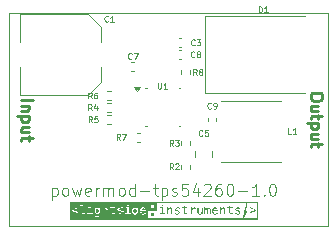
<source format=gbr>
G04 #@! TF.GenerationSoftware,KiCad,Pcbnew,8.0.3*
G04 #@! TF.CreationDate,2024-08-02T23:53:27+02:00*
G04 #@! TF.ProjectId,powermod,706f7765-726d-46f6-942e-6b696361645f,rev?*
G04 #@! TF.SameCoordinates,PXf42400PY2719c40*
G04 #@! TF.FileFunction,Legend,Top*
G04 #@! TF.FilePolarity,Positive*
%FSLAX46Y46*%
G04 Gerber Fmt 4.6, Leading zero omitted, Abs format (unit mm)*
G04 Created by KiCad (PCBNEW 8.0.3) date 2024-08-02 23:53:27*
%MOMM*%
%LPD*%
G01*
G04 APERTURE LIST*
%ADD10C,0.250000*%
%ADD11C,0.100000*%
%ADD12C,0.125000*%
%ADD13C,0.120000*%
%ADD14C,0.000000*%
%ADD15C,0.000106*%
G04 #@! TA.AperFunction,Profile*
%ADD16C,0.120000*%
G04 #@! TD*
G04 APERTURE END LIST*
D10*
X26550380Y-4976190D02*
X26550380Y-5166666D01*
X26550380Y-5166666D02*
X26502761Y-5261904D01*
X26502761Y-5261904D02*
X26407523Y-5357142D01*
X26407523Y-5357142D02*
X26217047Y-5404761D01*
X26217047Y-5404761D02*
X25883714Y-5404761D01*
X25883714Y-5404761D02*
X25693238Y-5357142D01*
X25693238Y-5357142D02*
X25598000Y-5261904D01*
X25598000Y-5261904D02*
X25550380Y-5166666D01*
X25550380Y-5166666D02*
X25550380Y-4976190D01*
X25550380Y-4976190D02*
X25598000Y-4880952D01*
X25598000Y-4880952D02*
X25693238Y-4785714D01*
X25693238Y-4785714D02*
X25883714Y-4738095D01*
X25883714Y-4738095D02*
X26217047Y-4738095D01*
X26217047Y-4738095D02*
X26407523Y-4785714D01*
X26407523Y-4785714D02*
X26502761Y-4880952D01*
X26502761Y-4880952D02*
X26550380Y-4976190D01*
X26217047Y-6261904D02*
X25550380Y-6261904D01*
X26217047Y-5833333D02*
X25693238Y-5833333D01*
X25693238Y-5833333D02*
X25598000Y-5880952D01*
X25598000Y-5880952D02*
X25550380Y-5976190D01*
X25550380Y-5976190D02*
X25550380Y-6119047D01*
X25550380Y-6119047D02*
X25598000Y-6214285D01*
X25598000Y-6214285D02*
X25645619Y-6261904D01*
X26217047Y-6595238D02*
X26217047Y-6976190D01*
X26550380Y-6738095D02*
X25693238Y-6738095D01*
X25693238Y-6738095D02*
X25598000Y-6785714D01*
X25598000Y-6785714D02*
X25550380Y-6880952D01*
X25550380Y-6880952D02*
X25550380Y-6976190D01*
X26217047Y-7309524D02*
X25217047Y-7309524D01*
X26169428Y-7309524D02*
X26217047Y-7404762D01*
X26217047Y-7404762D02*
X26217047Y-7595238D01*
X26217047Y-7595238D02*
X26169428Y-7690476D01*
X26169428Y-7690476D02*
X26121809Y-7738095D01*
X26121809Y-7738095D02*
X26026571Y-7785714D01*
X26026571Y-7785714D02*
X25740857Y-7785714D01*
X25740857Y-7785714D02*
X25645619Y-7738095D01*
X25645619Y-7738095D02*
X25598000Y-7690476D01*
X25598000Y-7690476D02*
X25550380Y-7595238D01*
X25550380Y-7595238D02*
X25550380Y-7404762D01*
X25550380Y-7404762D02*
X25598000Y-7309524D01*
X26217047Y-8642857D02*
X25550380Y-8642857D01*
X26217047Y-8214286D02*
X25693238Y-8214286D01*
X25693238Y-8214286D02*
X25598000Y-8261905D01*
X25598000Y-8261905D02*
X25550380Y-8357143D01*
X25550380Y-8357143D02*
X25550380Y-8500000D01*
X25550380Y-8500000D02*
X25598000Y-8595238D01*
X25598000Y-8595238D02*
X25645619Y-8642857D01*
X26217047Y-8976191D02*
X26217047Y-9357143D01*
X26550380Y-9119048D02*
X25693238Y-9119048D01*
X25693238Y-9119048D02*
X25598000Y-9166667D01*
X25598000Y-9166667D02*
X25550380Y-9261905D01*
X25550380Y-9261905D02*
X25550380Y-9357143D01*
X1050380Y-5357143D02*
X2050380Y-5357143D01*
X1717047Y-5833333D02*
X1050380Y-5833333D01*
X1621809Y-5833333D02*
X1669428Y-5880952D01*
X1669428Y-5880952D02*
X1717047Y-5976190D01*
X1717047Y-5976190D02*
X1717047Y-6119047D01*
X1717047Y-6119047D02*
X1669428Y-6214285D01*
X1669428Y-6214285D02*
X1574190Y-6261904D01*
X1574190Y-6261904D02*
X1050380Y-6261904D01*
X1717047Y-6738095D02*
X717047Y-6738095D01*
X1669428Y-6738095D02*
X1717047Y-6833333D01*
X1717047Y-6833333D02*
X1717047Y-7023809D01*
X1717047Y-7023809D02*
X1669428Y-7119047D01*
X1669428Y-7119047D02*
X1621809Y-7166666D01*
X1621809Y-7166666D02*
X1526571Y-7214285D01*
X1526571Y-7214285D02*
X1240857Y-7214285D01*
X1240857Y-7214285D02*
X1145619Y-7166666D01*
X1145619Y-7166666D02*
X1098000Y-7119047D01*
X1098000Y-7119047D02*
X1050380Y-7023809D01*
X1050380Y-7023809D02*
X1050380Y-6833333D01*
X1050380Y-6833333D02*
X1098000Y-6738095D01*
X1717047Y-8071428D02*
X1050380Y-8071428D01*
X1717047Y-7642857D02*
X1193238Y-7642857D01*
X1193238Y-7642857D02*
X1098000Y-7690476D01*
X1098000Y-7690476D02*
X1050380Y-7785714D01*
X1050380Y-7785714D02*
X1050380Y-7928571D01*
X1050380Y-7928571D02*
X1098000Y-8023809D01*
X1098000Y-8023809D02*
X1145619Y-8071428D01*
X1717047Y-8404762D02*
X1717047Y-8785714D01*
X2050380Y-8547619D02*
X1193238Y-8547619D01*
X1193238Y-8547619D02*
X1098000Y-8595238D01*
X1098000Y-8595238D02*
X1050380Y-8690476D01*
X1050380Y-8690476D02*
X1050380Y-8785714D01*
D11*
X3677608Y-12790752D02*
X3677608Y-13790752D01*
X3677608Y-12838371D02*
X3772846Y-12790752D01*
X3772846Y-12790752D02*
X3963322Y-12790752D01*
X3963322Y-12790752D02*
X4058560Y-12838371D01*
X4058560Y-12838371D02*
X4106179Y-12885990D01*
X4106179Y-12885990D02*
X4153798Y-12981228D01*
X4153798Y-12981228D02*
X4153798Y-13266942D01*
X4153798Y-13266942D02*
X4106179Y-13362180D01*
X4106179Y-13362180D02*
X4058560Y-13409800D01*
X4058560Y-13409800D02*
X3963322Y-13457419D01*
X3963322Y-13457419D02*
X3772846Y-13457419D01*
X3772846Y-13457419D02*
X3677608Y-13409800D01*
X4725227Y-13457419D02*
X4629989Y-13409800D01*
X4629989Y-13409800D02*
X4582370Y-13362180D01*
X4582370Y-13362180D02*
X4534751Y-13266942D01*
X4534751Y-13266942D02*
X4534751Y-12981228D01*
X4534751Y-12981228D02*
X4582370Y-12885990D01*
X4582370Y-12885990D02*
X4629989Y-12838371D01*
X4629989Y-12838371D02*
X4725227Y-12790752D01*
X4725227Y-12790752D02*
X4868084Y-12790752D01*
X4868084Y-12790752D02*
X4963322Y-12838371D01*
X4963322Y-12838371D02*
X5010941Y-12885990D01*
X5010941Y-12885990D02*
X5058560Y-12981228D01*
X5058560Y-12981228D02*
X5058560Y-13266942D01*
X5058560Y-13266942D02*
X5010941Y-13362180D01*
X5010941Y-13362180D02*
X4963322Y-13409800D01*
X4963322Y-13409800D02*
X4868084Y-13457419D01*
X4868084Y-13457419D02*
X4725227Y-13457419D01*
X5391894Y-12790752D02*
X5582370Y-13457419D01*
X5582370Y-13457419D02*
X5772846Y-12981228D01*
X5772846Y-12981228D02*
X5963322Y-13457419D01*
X5963322Y-13457419D02*
X6153798Y-12790752D01*
X6915703Y-13409800D02*
X6820465Y-13457419D01*
X6820465Y-13457419D02*
X6629989Y-13457419D01*
X6629989Y-13457419D02*
X6534751Y-13409800D01*
X6534751Y-13409800D02*
X6487132Y-13314561D01*
X6487132Y-13314561D02*
X6487132Y-12933609D01*
X6487132Y-12933609D02*
X6534751Y-12838371D01*
X6534751Y-12838371D02*
X6629989Y-12790752D01*
X6629989Y-12790752D02*
X6820465Y-12790752D01*
X6820465Y-12790752D02*
X6915703Y-12838371D01*
X6915703Y-12838371D02*
X6963322Y-12933609D01*
X6963322Y-12933609D02*
X6963322Y-13028847D01*
X6963322Y-13028847D02*
X6487132Y-13124085D01*
X7391894Y-13457419D02*
X7391894Y-12790752D01*
X7391894Y-12981228D02*
X7439513Y-12885990D01*
X7439513Y-12885990D02*
X7487132Y-12838371D01*
X7487132Y-12838371D02*
X7582370Y-12790752D01*
X7582370Y-12790752D02*
X7677608Y-12790752D01*
X8010942Y-13457419D02*
X8010942Y-12790752D01*
X8010942Y-12885990D02*
X8058561Y-12838371D01*
X8058561Y-12838371D02*
X8153799Y-12790752D01*
X8153799Y-12790752D02*
X8296656Y-12790752D01*
X8296656Y-12790752D02*
X8391894Y-12838371D01*
X8391894Y-12838371D02*
X8439513Y-12933609D01*
X8439513Y-12933609D02*
X8439513Y-13457419D01*
X8439513Y-12933609D02*
X8487132Y-12838371D01*
X8487132Y-12838371D02*
X8582370Y-12790752D01*
X8582370Y-12790752D02*
X8725227Y-12790752D01*
X8725227Y-12790752D02*
X8820466Y-12838371D01*
X8820466Y-12838371D02*
X8868085Y-12933609D01*
X8868085Y-12933609D02*
X8868085Y-13457419D01*
X9487132Y-13457419D02*
X9391894Y-13409800D01*
X9391894Y-13409800D02*
X9344275Y-13362180D01*
X9344275Y-13362180D02*
X9296656Y-13266942D01*
X9296656Y-13266942D02*
X9296656Y-12981228D01*
X9296656Y-12981228D02*
X9344275Y-12885990D01*
X9344275Y-12885990D02*
X9391894Y-12838371D01*
X9391894Y-12838371D02*
X9487132Y-12790752D01*
X9487132Y-12790752D02*
X9629989Y-12790752D01*
X9629989Y-12790752D02*
X9725227Y-12838371D01*
X9725227Y-12838371D02*
X9772846Y-12885990D01*
X9772846Y-12885990D02*
X9820465Y-12981228D01*
X9820465Y-12981228D02*
X9820465Y-13266942D01*
X9820465Y-13266942D02*
X9772846Y-13362180D01*
X9772846Y-13362180D02*
X9725227Y-13409800D01*
X9725227Y-13409800D02*
X9629989Y-13457419D01*
X9629989Y-13457419D02*
X9487132Y-13457419D01*
X10677608Y-13457419D02*
X10677608Y-12457419D01*
X10677608Y-13409800D02*
X10582370Y-13457419D01*
X10582370Y-13457419D02*
X10391894Y-13457419D01*
X10391894Y-13457419D02*
X10296656Y-13409800D01*
X10296656Y-13409800D02*
X10249037Y-13362180D01*
X10249037Y-13362180D02*
X10201418Y-13266942D01*
X10201418Y-13266942D02*
X10201418Y-12981228D01*
X10201418Y-12981228D02*
X10249037Y-12885990D01*
X10249037Y-12885990D02*
X10296656Y-12838371D01*
X10296656Y-12838371D02*
X10391894Y-12790752D01*
X10391894Y-12790752D02*
X10582370Y-12790752D01*
X10582370Y-12790752D02*
X10677608Y-12838371D01*
X11153799Y-13076466D02*
X11915704Y-13076466D01*
X12249037Y-12790752D02*
X12629989Y-12790752D01*
X12391894Y-12457419D02*
X12391894Y-13314561D01*
X12391894Y-13314561D02*
X12439513Y-13409800D01*
X12439513Y-13409800D02*
X12534751Y-13457419D01*
X12534751Y-13457419D02*
X12629989Y-13457419D01*
X12963323Y-12790752D02*
X12963323Y-13790752D01*
X12963323Y-12838371D02*
X13058561Y-12790752D01*
X13058561Y-12790752D02*
X13249037Y-12790752D01*
X13249037Y-12790752D02*
X13344275Y-12838371D01*
X13344275Y-12838371D02*
X13391894Y-12885990D01*
X13391894Y-12885990D02*
X13439513Y-12981228D01*
X13439513Y-12981228D02*
X13439513Y-13266942D01*
X13439513Y-13266942D02*
X13391894Y-13362180D01*
X13391894Y-13362180D02*
X13344275Y-13409800D01*
X13344275Y-13409800D02*
X13249037Y-13457419D01*
X13249037Y-13457419D02*
X13058561Y-13457419D01*
X13058561Y-13457419D02*
X12963323Y-13409800D01*
X13820466Y-13409800D02*
X13915704Y-13457419D01*
X13915704Y-13457419D02*
X14106180Y-13457419D01*
X14106180Y-13457419D02*
X14201418Y-13409800D01*
X14201418Y-13409800D02*
X14249037Y-13314561D01*
X14249037Y-13314561D02*
X14249037Y-13266942D01*
X14249037Y-13266942D02*
X14201418Y-13171704D01*
X14201418Y-13171704D02*
X14106180Y-13124085D01*
X14106180Y-13124085D02*
X13963323Y-13124085D01*
X13963323Y-13124085D02*
X13868085Y-13076466D01*
X13868085Y-13076466D02*
X13820466Y-12981228D01*
X13820466Y-12981228D02*
X13820466Y-12933609D01*
X13820466Y-12933609D02*
X13868085Y-12838371D01*
X13868085Y-12838371D02*
X13963323Y-12790752D01*
X13963323Y-12790752D02*
X14106180Y-12790752D01*
X14106180Y-12790752D02*
X14201418Y-12838371D01*
X15153799Y-12457419D02*
X14677609Y-12457419D01*
X14677609Y-12457419D02*
X14629990Y-12933609D01*
X14629990Y-12933609D02*
X14677609Y-12885990D01*
X14677609Y-12885990D02*
X14772847Y-12838371D01*
X14772847Y-12838371D02*
X15010942Y-12838371D01*
X15010942Y-12838371D02*
X15106180Y-12885990D01*
X15106180Y-12885990D02*
X15153799Y-12933609D01*
X15153799Y-12933609D02*
X15201418Y-13028847D01*
X15201418Y-13028847D02*
X15201418Y-13266942D01*
X15201418Y-13266942D02*
X15153799Y-13362180D01*
X15153799Y-13362180D02*
X15106180Y-13409800D01*
X15106180Y-13409800D02*
X15010942Y-13457419D01*
X15010942Y-13457419D02*
X14772847Y-13457419D01*
X14772847Y-13457419D02*
X14677609Y-13409800D01*
X14677609Y-13409800D02*
X14629990Y-13362180D01*
X16058561Y-12790752D02*
X16058561Y-13457419D01*
X15820466Y-12409800D02*
X15582371Y-13124085D01*
X15582371Y-13124085D02*
X16201418Y-13124085D01*
X16534752Y-12552657D02*
X16582371Y-12505038D01*
X16582371Y-12505038D02*
X16677609Y-12457419D01*
X16677609Y-12457419D02*
X16915704Y-12457419D01*
X16915704Y-12457419D02*
X17010942Y-12505038D01*
X17010942Y-12505038D02*
X17058561Y-12552657D01*
X17058561Y-12552657D02*
X17106180Y-12647895D01*
X17106180Y-12647895D02*
X17106180Y-12743133D01*
X17106180Y-12743133D02*
X17058561Y-12885990D01*
X17058561Y-12885990D02*
X16487133Y-13457419D01*
X16487133Y-13457419D02*
X17106180Y-13457419D01*
X17963323Y-12457419D02*
X17772847Y-12457419D01*
X17772847Y-12457419D02*
X17677609Y-12505038D01*
X17677609Y-12505038D02*
X17629990Y-12552657D01*
X17629990Y-12552657D02*
X17534752Y-12695514D01*
X17534752Y-12695514D02*
X17487133Y-12885990D01*
X17487133Y-12885990D02*
X17487133Y-13266942D01*
X17487133Y-13266942D02*
X17534752Y-13362180D01*
X17534752Y-13362180D02*
X17582371Y-13409800D01*
X17582371Y-13409800D02*
X17677609Y-13457419D01*
X17677609Y-13457419D02*
X17868085Y-13457419D01*
X17868085Y-13457419D02*
X17963323Y-13409800D01*
X17963323Y-13409800D02*
X18010942Y-13362180D01*
X18010942Y-13362180D02*
X18058561Y-13266942D01*
X18058561Y-13266942D02*
X18058561Y-13028847D01*
X18058561Y-13028847D02*
X18010942Y-12933609D01*
X18010942Y-12933609D02*
X17963323Y-12885990D01*
X17963323Y-12885990D02*
X17868085Y-12838371D01*
X17868085Y-12838371D02*
X17677609Y-12838371D01*
X17677609Y-12838371D02*
X17582371Y-12885990D01*
X17582371Y-12885990D02*
X17534752Y-12933609D01*
X17534752Y-12933609D02*
X17487133Y-13028847D01*
X18677609Y-12457419D02*
X18772847Y-12457419D01*
X18772847Y-12457419D02*
X18868085Y-12505038D01*
X18868085Y-12505038D02*
X18915704Y-12552657D01*
X18915704Y-12552657D02*
X18963323Y-12647895D01*
X18963323Y-12647895D02*
X19010942Y-12838371D01*
X19010942Y-12838371D02*
X19010942Y-13076466D01*
X19010942Y-13076466D02*
X18963323Y-13266942D01*
X18963323Y-13266942D02*
X18915704Y-13362180D01*
X18915704Y-13362180D02*
X18868085Y-13409800D01*
X18868085Y-13409800D02*
X18772847Y-13457419D01*
X18772847Y-13457419D02*
X18677609Y-13457419D01*
X18677609Y-13457419D02*
X18582371Y-13409800D01*
X18582371Y-13409800D02*
X18534752Y-13362180D01*
X18534752Y-13362180D02*
X18487133Y-13266942D01*
X18487133Y-13266942D02*
X18439514Y-13076466D01*
X18439514Y-13076466D02*
X18439514Y-12838371D01*
X18439514Y-12838371D02*
X18487133Y-12647895D01*
X18487133Y-12647895D02*
X18534752Y-12552657D01*
X18534752Y-12552657D02*
X18582371Y-12505038D01*
X18582371Y-12505038D02*
X18677609Y-12457419D01*
X19439514Y-13076466D02*
X20201419Y-13076466D01*
X21201418Y-13457419D02*
X20629990Y-13457419D01*
X20915704Y-13457419D02*
X20915704Y-12457419D01*
X20915704Y-12457419D02*
X20820466Y-12600276D01*
X20820466Y-12600276D02*
X20725228Y-12695514D01*
X20725228Y-12695514D02*
X20629990Y-12743133D01*
X21629990Y-13362180D02*
X21677609Y-13409800D01*
X21677609Y-13409800D02*
X21629990Y-13457419D01*
X21629990Y-13457419D02*
X21582371Y-13409800D01*
X21582371Y-13409800D02*
X21629990Y-13362180D01*
X21629990Y-13362180D02*
X21629990Y-13457419D01*
X22296656Y-12457419D02*
X22391894Y-12457419D01*
X22391894Y-12457419D02*
X22487132Y-12505038D01*
X22487132Y-12505038D02*
X22534751Y-12552657D01*
X22534751Y-12552657D02*
X22582370Y-12647895D01*
X22582370Y-12647895D02*
X22629989Y-12838371D01*
X22629989Y-12838371D02*
X22629989Y-13076466D01*
X22629989Y-13076466D02*
X22582370Y-13266942D01*
X22582370Y-13266942D02*
X22534751Y-13362180D01*
X22534751Y-13362180D02*
X22487132Y-13409800D01*
X22487132Y-13409800D02*
X22391894Y-13457419D01*
X22391894Y-13457419D02*
X22296656Y-13457419D01*
X22296656Y-13457419D02*
X22201418Y-13409800D01*
X22201418Y-13409800D02*
X22153799Y-13362180D01*
X22153799Y-13362180D02*
X22106180Y-13266942D01*
X22106180Y-13266942D02*
X22058561Y-13076466D01*
X22058561Y-13076466D02*
X22058561Y-12838371D01*
X22058561Y-12838371D02*
X22106180Y-12647895D01*
X22106180Y-12647895D02*
X22153799Y-12552657D01*
X22153799Y-12552657D02*
X22201418Y-12505038D01*
X22201418Y-12505038D02*
X22296656Y-12457419D01*
D12*
X8416666Y1322810D02*
X8392857Y1299000D01*
X8392857Y1299000D02*
X8321428Y1275191D01*
X8321428Y1275191D02*
X8273809Y1275191D01*
X8273809Y1275191D02*
X8202381Y1299000D01*
X8202381Y1299000D02*
X8154762Y1346620D01*
X8154762Y1346620D02*
X8130952Y1394239D01*
X8130952Y1394239D02*
X8107143Y1489477D01*
X8107143Y1489477D02*
X8107143Y1560905D01*
X8107143Y1560905D02*
X8130952Y1656143D01*
X8130952Y1656143D02*
X8154762Y1703762D01*
X8154762Y1703762D02*
X8202381Y1751381D01*
X8202381Y1751381D02*
X8273809Y1775191D01*
X8273809Y1775191D02*
X8321428Y1775191D01*
X8321428Y1775191D02*
X8392857Y1751381D01*
X8392857Y1751381D02*
X8416666Y1727572D01*
X8892857Y1275191D02*
X8607143Y1275191D01*
X8750000Y1275191D02*
X8750000Y1775191D01*
X8750000Y1775191D02*
X8702381Y1703762D01*
X8702381Y1703762D02*
X8654762Y1656143D01*
X8654762Y1656143D02*
X8607143Y1632334D01*
X12605721Y-3897425D02*
X12605721Y-4302187D01*
X12605721Y-4302187D02*
X12629531Y-4349806D01*
X12629531Y-4349806D02*
X12653340Y-4373616D01*
X12653340Y-4373616D02*
X12700959Y-4397425D01*
X12700959Y-4397425D02*
X12796197Y-4397425D01*
X12796197Y-4397425D02*
X12843816Y-4373616D01*
X12843816Y-4373616D02*
X12867626Y-4349806D01*
X12867626Y-4349806D02*
X12891435Y-4302187D01*
X12891435Y-4302187D02*
X12891435Y-3897425D01*
X13391436Y-4397425D02*
X13105722Y-4397425D01*
X13248579Y-4397425D02*
X13248579Y-3897425D01*
X13248579Y-3897425D02*
X13200960Y-3968854D01*
X13200960Y-3968854D02*
X13153341Y-4016473D01*
X13153341Y-4016473D02*
X13105722Y-4040282D01*
X15916666Y-3224809D02*
X15750000Y-2986714D01*
X15630952Y-3224809D02*
X15630952Y-2724809D01*
X15630952Y-2724809D02*
X15821428Y-2724809D01*
X15821428Y-2724809D02*
X15869047Y-2748619D01*
X15869047Y-2748619D02*
X15892857Y-2772428D01*
X15892857Y-2772428D02*
X15916666Y-2820047D01*
X15916666Y-2820047D02*
X15916666Y-2891476D01*
X15916666Y-2891476D02*
X15892857Y-2939095D01*
X15892857Y-2939095D02*
X15869047Y-2962904D01*
X15869047Y-2962904D02*
X15821428Y-2986714D01*
X15821428Y-2986714D02*
X15630952Y-2986714D01*
X16202381Y-2939095D02*
X16154762Y-2915285D01*
X16154762Y-2915285D02*
X16130952Y-2891476D01*
X16130952Y-2891476D02*
X16107143Y-2843857D01*
X16107143Y-2843857D02*
X16107143Y-2820047D01*
X16107143Y-2820047D02*
X16130952Y-2772428D01*
X16130952Y-2772428D02*
X16154762Y-2748619D01*
X16154762Y-2748619D02*
X16202381Y-2724809D01*
X16202381Y-2724809D02*
X16297619Y-2724809D01*
X16297619Y-2724809D02*
X16345238Y-2748619D01*
X16345238Y-2748619D02*
X16369047Y-2772428D01*
X16369047Y-2772428D02*
X16392857Y-2820047D01*
X16392857Y-2820047D02*
X16392857Y-2843857D01*
X16392857Y-2843857D02*
X16369047Y-2891476D01*
X16369047Y-2891476D02*
X16345238Y-2915285D01*
X16345238Y-2915285D02*
X16297619Y-2939095D01*
X16297619Y-2939095D02*
X16202381Y-2939095D01*
X16202381Y-2939095D02*
X16154762Y-2962904D01*
X16154762Y-2962904D02*
X16130952Y-2986714D01*
X16130952Y-2986714D02*
X16107143Y-3034333D01*
X16107143Y-3034333D02*
X16107143Y-3129571D01*
X16107143Y-3129571D02*
X16130952Y-3177190D01*
X16130952Y-3177190D02*
X16154762Y-3201000D01*
X16154762Y-3201000D02*
X16202381Y-3224809D01*
X16202381Y-3224809D02*
X16297619Y-3224809D01*
X16297619Y-3224809D02*
X16345238Y-3201000D01*
X16345238Y-3201000D02*
X16369047Y-3177190D01*
X16369047Y-3177190D02*
X16392857Y-3129571D01*
X16392857Y-3129571D02*
X16392857Y-3034333D01*
X16392857Y-3034333D02*
X16369047Y-2986714D01*
X16369047Y-2986714D02*
X16345238Y-2962904D01*
X16345238Y-2962904D02*
X16297619Y-2939095D01*
X9416666Y-8724809D02*
X9250000Y-8486714D01*
X9130952Y-8724809D02*
X9130952Y-8224809D01*
X9130952Y-8224809D02*
X9321428Y-8224809D01*
X9321428Y-8224809D02*
X9369047Y-8248619D01*
X9369047Y-8248619D02*
X9392857Y-8272428D01*
X9392857Y-8272428D02*
X9416666Y-8320047D01*
X9416666Y-8320047D02*
X9416666Y-8391476D01*
X9416666Y-8391476D02*
X9392857Y-8439095D01*
X9392857Y-8439095D02*
X9369047Y-8462904D01*
X9369047Y-8462904D02*
X9321428Y-8486714D01*
X9321428Y-8486714D02*
X9130952Y-8486714D01*
X9583333Y-8224809D02*
X9916666Y-8224809D01*
X9916666Y-8224809D02*
X9702381Y-8724809D01*
X7037388Y-5217097D02*
X6870722Y-4979002D01*
X6751674Y-5217097D02*
X6751674Y-4717097D01*
X6751674Y-4717097D02*
X6942150Y-4717097D01*
X6942150Y-4717097D02*
X6989769Y-4740907D01*
X6989769Y-4740907D02*
X7013579Y-4764716D01*
X7013579Y-4764716D02*
X7037388Y-4812335D01*
X7037388Y-4812335D02*
X7037388Y-4883764D01*
X7037388Y-4883764D02*
X7013579Y-4931383D01*
X7013579Y-4931383D02*
X6989769Y-4955192D01*
X6989769Y-4955192D02*
X6942150Y-4979002D01*
X6942150Y-4979002D02*
X6751674Y-4979002D01*
X7465960Y-4717097D02*
X7370722Y-4717097D01*
X7370722Y-4717097D02*
X7323103Y-4740907D01*
X7323103Y-4740907D02*
X7299293Y-4764716D01*
X7299293Y-4764716D02*
X7251674Y-4836145D01*
X7251674Y-4836145D02*
X7227865Y-4931383D01*
X7227865Y-4931383D02*
X7227865Y-5121859D01*
X7227865Y-5121859D02*
X7251674Y-5169478D01*
X7251674Y-5169478D02*
X7275484Y-5193288D01*
X7275484Y-5193288D02*
X7323103Y-5217097D01*
X7323103Y-5217097D02*
X7418341Y-5217097D01*
X7418341Y-5217097D02*
X7465960Y-5193288D01*
X7465960Y-5193288D02*
X7489769Y-5169478D01*
X7489769Y-5169478D02*
X7513579Y-5121859D01*
X7513579Y-5121859D02*
X7513579Y-5002811D01*
X7513579Y-5002811D02*
X7489769Y-4955192D01*
X7489769Y-4955192D02*
X7465960Y-4931383D01*
X7465960Y-4931383D02*
X7418341Y-4907573D01*
X7418341Y-4907573D02*
X7323103Y-4907573D01*
X7323103Y-4907573D02*
X7275484Y-4931383D01*
X7275484Y-4931383D02*
X7251674Y-4955192D01*
X7251674Y-4955192D02*
X7227865Y-5002811D01*
X7050834Y-7225419D02*
X6884168Y-6987324D01*
X6765120Y-7225419D02*
X6765120Y-6725419D01*
X6765120Y-6725419D02*
X6955596Y-6725419D01*
X6955596Y-6725419D02*
X7003215Y-6749229D01*
X7003215Y-6749229D02*
X7027025Y-6773038D01*
X7027025Y-6773038D02*
X7050834Y-6820657D01*
X7050834Y-6820657D02*
X7050834Y-6892086D01*
X7050834Y-6892086D02*
X7027025Y-6939705D01*
X7027025Y-6939705D02*
X7003215Y-6963514D01*
X7003215Y-6963514D02*
X6955596Y-6987324D01*
X6955596Y-6987324D02*
X6765120Y-6987324D01*
X7503215Y-6725419D02*
X7265120Y-6725419D01*
X7265120Y-6725419D02*
X7241311Y-6963514D01*
X7241311Y-6963514D02*
X7265120Y-6939705D01*
X7265120Y-6939705D02*
X7312739Y-6915895D01*
X7312739Y-6915895D02*
X7431787Y-6915895D01*
X7431787Y-6915895D02*
X7479406Y-6939705D01*
X7479406Y-6939705D02*
X7503215Y-6963514D01*
X7503215Y-6963514D02*
X7527025Y-7011133D01*
X7527025Y-7011133D02*
X7527025Y-7130181D01*
X7527025Y-7130181D02*
X7503215Y-7177800D01*
X7503215Y-7177800D02*
X7479406Y-7201610D01*
X7479406Y-7201610D02*
X7431787Y-7225419D01*
X7431787Y-7225419D02*
X7312739Y-7225419D01*
X7312739Y-7225419D02*
X7265120Y-7201610D01*
X7265120Y-7201610D02*
X7241311Y-7177800D01*
X7019677Y-6227282D02*
X6853011Y-5989187D01*
X6733963Y-6227282D02*
X6733963Y-5727282D01*
X6733963Y-5727282D02*
X6924439Y-5727282D01*
X6924439Y-5727282D02*
X6972058Y-5751092D01*
X6972058Y-5751092D02*
X6995868Y-5774901D01*
X6995868Y-5774901D02*
X7019677Y-5822520D01*
X7019677Y-5822520D02*
X7019677Y-5893949D01*
X7019677Y-5893949D02*
X6995868Y-5941568D01*
X6995868Y-5941568D02*
X6972058Y-5965377D01*
X6972058Y-5965377D02*
X6924439Y-5989187D01*
X6924439Y-5989187D02*
X6733963Y-5989187D01*
X7448249Y-5893949D02*
X7448249Y-6227282D01*
X7329201Y-5703473D02*
X7210154Y-6060615D01*
X7210154Y-6060615D02*
X7519677Y-6060615D01*
X13916666Y-9224809D02*
X13750000Y-8986714D01*
X13630952Y-9224809D02*
X13630952Y-8724809D01*
X13630952Y-8724809D02*
X13821428Y-8724809D01*
X13821428Y-8724809D02*
X13869047Y-8748619D01*
X13869047Y-8748619D02*
X13892857Y-8772428D01*
X13892857Y-8772428D02*
X13916666Y-8820047D01*
X13916666Y-8820047D02*
X13916666Y-8891476D01*
X13916666Y-8891476D02*
X13892857Y-8939095D01*
X13892857Y-8939095D02*
X13869047Y-8962904D01*
X13869047Y-8962904D02*
X13821428Y-8986714D01*
X13821428Y-8986714D02*
X13630952Y-8986714D01*
X14083333Y-8724809D02*
X14392857Y-8724809D01*
X14392857Y-8724809D02*
X14226190Y-8915285D01*
X14226190Y-8915285D02*
X14297619Y-8915285D01*
X14297619Y-8915285D02*
X14345238Y-8939095D01*
X14345238Y-8939095D02*
X14369047Y-8962904D01*
X14369047Y-8962904D02*
X14392857Y-9010523D01*
X14392857Y-9010523D02*
X14392857Y-9129571D01*
X14392857Y-9129571D02*
X14369047Y-9177190D01*
X14369047Y-9177190D02*
X14345238Y-9201000D01*
X14345238Y-9201000D02*
X14297619Y-9224809D01*
X14297619Y-9224809D02*
X14154762Y-9224809D01*
X14154762Y-9224809D02*
X14107143Y-9201000D01*
X14107143Y-9201000D02*
X14083333Y-9177190D01*
X13916666Y-11224809D02*
X13750000Y-10986714D01*
X13630952Y-11224809D02*
X13630952Y-10724809D01*
X13630952Y-10724809D02*
X13821428Y-10724809D01*
X13821428Y-10724809D02*
X13869047Y-10748619D01*
X13869047Y-10748619D02*
X13892857Y-10772428D01*
X13892857Y-10772428D02*
X13916666Y-10820047D01*
X13916666Y-10820047D02*
X13916666Y-10891476D01*
X13916666Y-10891476D02*
X13892857Y-10939095D01*
X13892857Y-10939095D02*
X13869047Y-10962904D01*
X13869047Y-10962904D02*
X13821428Y-10986714D01*
X13821428Y-10986714D02*
X13630952Y-10986714D01*
X14107143Y-10772428D02*
X14130952Y-10748619D01*
X14130952Y-10748619D02*
X14178571Y-10724809D01*
X14178571Y-10724809D02*
X14297619Y-10724809D01*
X14297619Y-10724809D02*
X14345238Y-10748619D01*
X14345238Y-10748619D02*
X14369047Y-10772428D01*
X14369047Y-10772428D02*
X14392857Y-10820047D01*
X14392857Y-10820047D02*
X14392857Y-10867666D01*
X14392857Y-10867666D02*
X14369047Y-10939095D01*
X14369047Y-10939095D02*
X14083333Y-11224809D01*
X14083333Y-11224809D02*
X14392857Y-11224809D01*
X23916666Y-8224809D02*
X23678571Y-8224809D01*
X23678571Y-8224809D02*
X23678571Y-7724809D01*
X24345238Y-8224809D02*
X24059524Y-8224809D01*
X24202381Y-8224809D02*
X24202381Y-7724809D01*
X24202381Y-7724809D02*
X24154762Y-7796238D01*
X24154762Y-7796238D02*
X24107143Y-7843857D01*
X24107143Y-7843857D02*
X24059524Y-7867666D01*
X21149035Y2068944D02*
X21149035Y2568944D01*
X21149035Y2568944D02*
X21268083Y2568944D01*
X21268083Y2568944D02*
X21339511Y2545134D01*
X21339511Y2545134D02*
X21387130Y2497515D01*
X21387130Y2497515D02*
X21410940Y2449896D01*
X21410940Y2449896D02*
X21434749Y2354658D01*
X21434749Y2354658D02*
X21434749Y2283230D01*
X21434749Y2283230D02*
X21410940Y2187992D01*
X21410940Y2187992D02*
X21387130Y2140373D01*
X21387130Y2140373D02*
X21339511Y2092753D01*
X21339511Y2092753D02*
X21268083Y2068944D01*
X21268083Y2068944D02*
X21149035Y2068944D01*
X21910940Y2068944D02*
X21625226Y2068944D01*
X21768083Y2068944D02*
X21768083Y2568944D01*
X21768083Y2568944D02*
X21720464Y2497515D01*
X21720464Y2497515D02*
X21672845Y2449896D01*
X21672845Y2449896D02*
X21625226Y2426087D01*
X17127342Y-6044243D02*
X17103533Y-6068053D01*
X17103533Y-6068053D02*
X17032104Y-6091862D01*
X17032104Y-6091862D02*
X16984485Y-6091862D01*
X16984485Y-6091862D02*
X16913057Y-6068053D01*
X16913057Y-6068053D02*
X16865438Y-6020433D01*
X16865438Y-6020433D02*
X16841628Y-5972814D01*
X16841628Y-5972814D02*
X16817819Y-5877576D01*
X16817819Y-5877576D02*
X16817819Y-5806148D01*
X16817819Y-5806148D02*
X16841628Y-5710910D01*
X16841628Y-5710910D02*
X16865438Y-5663291D01*
X16865438Y-5663291D02*
X16913057Y-5615672D01*
X16913057Y-5615672D02*
X16984485Y-5591862D01*
X16984485Y-5591862D02*
X17032104Y-5591862D01*
X17032104Y-5591862D02*
X17103533Y-5615672D01*
X17103533Y-5615672D02*
X17127342Y-5639481D01*
X17365438Y-6091862D02*
X17460676Y-6091862D01*
X17460676Y-6091862D02*
X17508295Y-6068053D01*
X17508295Y-6068053D02*
X17532104Y-6044243D01*
X17532104Y-6044243D02*
X17579723Y-5972814D01*
X17579723Y-5972814D02*
X17603533Y-5877576D01*
X17603533Y-5877576D02*
X17603533Y-5687100D01*
X17603533Y-5687100D02*
X17579723Y-5639481D01*
X17579723Y-5639481D02*
X17555914Y-5615672D01*
X17555914Y-5615672D02*
X17508295Y-5591862D01*
X17508295Y-5591862D02*
X17413057Y-5591862D01*
X17413057Y-5591862D02*
X17365438Y-5615672D01*
X17365438Y-5615672D02*
X17341628Y-5639481D01*
X17341628Y-5639481D02*
X17317819Y-5687100D01*
X17317819Y-5687100D02*
X17317819Y-5806148D01*
X17317819Y-5806148D02*
X17341628Y-5853767D01*
X17341628Y-5853767D02*
X17365438Y-5877576D01*
X17365438Y-5877576D02*
X17413057Y-5901386D01*
X17413057Y-5901386D02*
X17508295Y-5901386D01*
X17508295Y-5901386D02*
X17555914Y-5877576D01*
X17555914Y-5877576D02*
X17579723Y-5853767D01*
X17579723Y-5853767D02*
X17603533Y-5806148D01*
X15726365Y-1688905D02*
X15702556Y-1712715D01*
X15702556Y-1712715D02*
X15631127Y-1736524D01*
X15631127Y-1736524D02*
X15583508Y-1736524D01*
X15583508Y-1736524D02*
X15512080Y-1712715D01*
X15512080Y-1712715D02*
X15464461Y-1665095D01*
X15464461Y-1665095D02*
X15440651Y-1617476D01*
X15440651Y-1617476D02*
X15416842Y-1522238D01*
X15416842Y-1522238D02*
X15416842Y-1450810D01*
X15416842Y-1450810D02*
X15440651Y-1355572D01*
X15440651Y-1355572D02*
X15464461Y-1307953D01*
X15464461Y-1307953D02*
X15512080Y-1260334D01*
X15512080Y-1260334D02*
X15583508Y-1236524D01*
X15583508Y-1236524D02*
X15631127Y-1236524D01*
X15631127Y-1236524D02*
X15702556Y-1260334D01*
X15702556Y-1260334D02*
X15726365Y-1284143D01*
X16012080Y-1450810D02*
X15964461Y-1427000D01*
X15964461Y-1427000D02*
X15940651Y-1403191D01*
X15940651Y-1403191D02*
X15916842Y-1355572D01*
X15916842Y-1355572D02*
X15916842Y-1331762D01*
X15916842Y-1331762D02*
X15940651Y-1284143D01*
X15940651Y-1284143D02*
X15964461Y-1260334D01*
X15964461Y-1260334D02*
X16012080Y-1236524D01*
X16012080Y-1236524D02*
X16107318Y-1236524D01*
X16107318Y-1236524D02*
X16154937Y-1260334D01*
X16154937Y-1260334D02*
X16178746Y-1284143D01*
X16178746Y-1284143D02*
X16202556Y-1331762D01*
X16202556Y-1331762D02*
X16202556Y-1355572D01*
X16202556Y-1355572D02*
X16178746Y-1403191D01*
X16178746Y-1403191D02*
X16154937Y-1427000D01*
X16154937Y-1427000D02*
X16107318Y-1450810D01*
X16107318Y-1450810D02*
X16012080Y-1450810D01*
X16012080Y-1450810D02*
X15964461Y-1474619D01*
X15964461Y-1474619D02*
X15940651Y-1498429D01*
X15940651Y-1498429D02*
X15916842Y-1546048D01*
X15916842Y-1546048D02*
X15916842Y-1641286D01*
X15916842Y-1641286D02*
X15940651Y-1688905D01*
X15940651Y-1688905D02*
X15964461Y-1712715D01*
X15964461Y-1712715D02*
X16012080Y-1736524D01*
X16012080Y-1736524D02*
X16107318Y-1736524D01*
X16107318Y-1736524D02*
X16154937Y-1712715D01*
X16154937Y-1712715D02*
X16178746Y-1688905D01*
X16178746Y-1688905D02*
X16202556Y-1641286D01*
X16202556Y-1641286D02*
X16202556Y-1546048D01*
X16202556Y-1546048D02*
X16178746Y-1498429D01*
X16178746Y-1498429D02*
X16154937Y-1474619D01*
X16154937Y-1474619D02*
X16107318Y-1450810D01*
X10409724Y-1827706D02*
X10385915Y-1851516D01*
X10385915Y-1851516D02*
X10314486Y-1875325D01*
X10314486Y-1875325D02*
X10266867Y-1875325D01*
X10266867Y-1875325D02*
X10195439Y-1851516D01*
X10195439Y-1851516D02*
X10147820Y-1803896D01*
X10147820Y-1803896D02*
X10124010Y-1756277D01*
X10124010Y-1756277D02*
X10100201Y-1661039D01*
X10100201Y-1661039D02*
X10100201Y-1589611D01*
X10100201Y-1589611D02*
X10124010Y-1494373D01*
X10124010Y-1494373D02*
X10147820Y-1446754D01*
X10147820Y-1446754D02*
X10195439Y-1399135D01*
X10195439Y-1399135D02*
X10266867Y-1375325D01*
X10266867Y-1375325D02*
X10314486Y-1375325D01*
X10314486Y-1375325D02*
X10385915Y-1399135D01*
X10385915Y-1399135D02*
X10409724Y-1422944D01*
X10576391Y-1375325D02*
X10909724Y-1375325D01*
X10909724Y-1375325D02*
X10695439Y-1875325D01*
X16403423Y-8356692D02*
X16379614Y-8380502D01*
X16379614Y-8380502D02*
X16308185Y-8404311D01*
X16308185Y-8404311D02*
X16260566Y-8404311D01*
X16260566Y-8404311D02*
X16189138Y-8380502D01*
X16189138Y-8380502D02*
X16141519Y-8332882D01*
X16141519Y-8332882D02*
X16117709Y-8285263D01*
X16117709Y-8285263D02*
X16093900Y-8190025D01*
X16093900Y-8190025D02*
X16093900Y-8118597D01*
X16093900Y-8118597D02*
X16117709Y-8023359D01*
X16117709Y-8023359D02*
X16141519Y-7975740D01*
X16141519Y-7975740D02*
X16189138Y-7928121D01*
X16189138Y-7928121D02*
X16260566Y-7904311D01*
X16260566Y-7904311D02*
X16308185Y-7904311D01*
X16308185Y-7904311D02*
X16379614Y-7928121D01*
X16379614Y-7928121D02*
X16403423Y-7951930D01*
X16855804Y-7904311D02*
X16617709Y-7904311D01*
X16617709Y-7904311D02*
X16593900Y-8142406D01*
X16593900Y-8142406D02*
X16617709Y-8118597D01*
X16617709Y-8118597D02*
X16665328Y-8094787D01*
X16665328Y-8094787D02*
X16784376Y-8094787D01*
X16784376Y-8094787D02*
X16831995Y-8118597D01*
X16831995Y-8118597D02*
X16855804Y-8142406D01*
X16855804Y-8142406D02*
X16879614Y-8190025D01*
X16879614Y-8190025D02*
X16879614Y-8309073D01*
X16879614Y-8309073D02*
X16855804Y-8356692D01*
X16855804Y-8356692D02*
X16831995Y-8380502D01*
X16831995Y-8380502D02*
X16784376Y-8404311D01*
X16784376Y-8404311D02*
X16665328Y-8404311D01*
X16665328Y-8404311D02*
X16617709Y-8380502D01*
X16617709Y-8380502D02*
X16593900Y-8356692D01*
X15748573Y-677190D02*
X15724764Y-701000D01*
X15724764Y-701000D02*
X15653335Y-724809D01*
X15653335Y-724809D02*
X15605716Y-724809D01*
X15605716Y-724809D02*
X15534288Y-701000D01*
X15534288Y-701000D02*
X15486669Y-653380D01*
X15486669Y-653380D02*
X15462859Y-605761D01*
X15462859Y-605761D02*
X15439050Y-510523D01*
X15439050Y-510523D02*
X15439050Y-439095D01*
X15439050Y-439095D02*
X15462859Y-343857D01*
X15462859Y-343857D02*
X15486669Y-296238D01*
X15486669Y-296238D02*
X15534288Y-248619D01*
X15534288Y-248619D02*
X15605716Y-224809D01*
X15605716Y-224809D02*
X15653335Y-224809D01*
X15653335Y-224809D02*
X15724764Y-248619D01*
X15724764Y-248619D02*
X15748573Y-272428D01*
X15915240Y-224809D02*
X16224764Y-224809D01*
X16224764Y-224809D02*
X16058097Y-415285D01*
X16058097Y-415285D02*
X16129526Y-415285D01*
X16129526Y-415285D02*
X16177145Y-439095D01*
X16177145Y-439095D02*
X16200954Y-462904D01*
X16200954Y-462904D02*
X16224764Y-510523D01*
X16224764Y-510523D02*
X16224764Y-629571D01*
X16224764Y-629571D02*
X16200954Y-677190D01*
X16200954Y-677190D02*
X16177145Y-701000D01*
X16177145Y-701000D02*
X16129526Y-724809D01*
X16129526Y-724809D02*
X15986669Y-724809D01*
X15986669Y-724809D02*
X15939050Y-701000D01*
X15939050Y-701000D02*
X15915240Y-677190D01*
D13*
X7803140Y-3845563D02*
X7803140Y-2560000D01*
X7803140Y-3845563D02*
X6738703Y-4910000D01*
X7803140Y845563D02*
X7803140Y-440000D01*
X7803140Y845563D02*
X6738703Y1910000D01*
X6738703Y-4910000D02*
X983140Y-4910000D01*
X6738703Y1910000D02*
X983140Y1910000D01*
X983140Y-4910000D02*
X983140Y-2560000D01*
X983140Y1910000D02*
X983140Y-440000D01*
X11687018Y-4360000D02*
X11540000Y-4360000D01*
X11687018Y-7580000D02*
X11540000Y-7580000D01*
X14392982Y-4360000D02*
X14540000Y-4360000D01*
X14392982Y-7580000D02*
X14540000Y-7580000D01*
X10852500Y-4560000D02*
X10612500Y-4230000D01*
X11092500Y-4230000D01*
X10852500Y-4560000D01*
G36*
X10852500Y-4560000D02*
G01*
X10612500Y-4230000D01*
X11092500Y-4230000D01*
X10852500Y-4560000D01*
G37*
X15380000Y-2846359D02*
X15380000Y-3153641D01*
X14620000Y-2846359D02*
X14620000Y-3153641D01*
X11153641Y-8880000D02*
X10846359Y-8880000D01*
X11153641Y-8120000D02*
X10846359Y-8120000D01*
X8653641Y-5380000D02*
X8346359Y-5380000D01*
X8653641Y-4620000D02*
X8346359Y-4620000D01*
X8653641Y-7380000D02*
X8346359Y-7380000D01*
X8653641Y-6620000D02*
X8346359Y-6620000D01*
X8346359Y-5620000D02*
X8653641Y-5620000D01*
X8346359Y-6380000D02*
X8653641Y-6380000D01*
X14620000Y-9153641D02*
X14620000Y-8846359D01*
X15380000Y-9153641D02*
X15380000Y-8846359D01*
X14620000Y-11153641D02*
X14620000Y-10846359D01*
X15380000Y-11153641D02*
X15380000Y-10846359D01*
X17950000Y-5400000D02*
X23050000Y-5400000D01*
X17950000Y-10600000D02*
X23050000Y-10600000D01*
X16590000Y1750000D02*
X25100000Y1750000D01*
X16590000Y-4750000D02*
X16590000Y1750000D01*
X16590000Y-4750000D02*
X25100000Y-4750000D01*
X16844121Y-7123493D02*
X16844121Y-6907821D01*
X17564121Y-7123493D02*
X17564121Y-6907821D01*
X14392164Y-1140000D02*
X14607836Y-1140000D01*
X14392164Y-1860000D02*
X14607836Y-1860000D01*
X10392164Y-2140000D02*
X10607836Y-2140000D01*
X10392164Y-2860000D02*
X10607836Y-2860000D01*
X15765000Y-10211252D02*
X15765000Y-9688748D01*
X17235000Y-10211252D02*
X17235000Y-9688748D01*
X14607836Y-860000D02*
X14392164Y-860000D01*
X14607836Y-140000D02*
X14392164Y-140000D01*
D14*
G36*
X12301249Y-15157258D02*
G01*
X12050231Y-15157258D01*
X12050231Y-14907273D01*
X12301249Y-14907273D01*
X12301249Y-15157258D01*
G37*
G36*
X13055208Y-14348522D02*
G01*
X12959736Y-14348522D01*
X12959736Y-14228116D01*
X13055208Y-14228116D01*
X13055208Y-14348522D01*
G37*
G36*
X11389283Y-14502446D02*
G01*
X11497287Y-14546370D01*
X11537207Y-14673495D01*
X11222756Y-14674010D01*
X11275724Y-14547920D01*
X11389283Y-14502445D01*
X11389283Y-14502446D01*
G37*
G36*
X20945424Y-14657547D02*
G01*
X20945424Y-14743330D01*
X20396750Y-14959337D01*
X20396750Y-14864769D01*
X20837937Y-14700955D01*
X20396750Y-14535590D01*
X20396750Y-14441539D01*
X20945424Y-14657547D01*
G37*
G36*
X7599585Y-14569304D02*
G01*
X7634854Y-14731568D01*
X7599585Y-14894348D01*
X7498816Y-14950676D01*
X7390942Y-14894865D01*
X7354122Y-14731568D01*
X7390942Y-14569304D01*
X7497783Y-14513493D01*
X7599585Y-14569304D01*
G37*
G36*
X10795643Y-14565686D02*
G01*
X10832075Y-14732084D01*
X10795643Y-14898483D01*
X10690869Y-14955327D01*
X10586483Y-14898999D01*
X10551214Y-14732084D01*
X10586483Y-14565170D01*
X10690869Y-14508842D01*
X10795643Y-14565686D01*
G37*
G36*
X13055208Y-14958304D02*
G01*
X13244732Y-14958304D01*
X13244732Y-15032201D01*
X12770342Y-15032201D01*
X12770342Y-14958304D01*
X12959736Y-14958304D01*
X12959736Y-14527322D01*
X12810779Y-14527322D01*
X12810779Y-14453425D01*
X13055208Y-14453425D01*
X13055208Y-14958304D01*
G37*
G36*
X15776489Y-14448257D02*
G01*
X15835142Y-14475646D01*
X15835142Y-14572797D01*
X15772872Y-14538174D01*
X15703238Y-14527322D01*
X15566812Y-14583133D01*
X15519528Y-14744363D01*
X15519528Y-15032201D01*
X15423539Y-15032201D01*
X15423539Y-14453425D01*
X15519528Y-14453425D01*
X15519528Y-14566596D01*
X15592779Y-14472545D01*
X15710601Y-14439472D01*
X15776489Y-14448257D01*
G37*
G36*
X13818727Y-14497867D02*
G01*
X13862782Y-14673567D01*
X13862782Y-15032201D01*
X13766792Y-15032201D01*
X13766792Y-14673567D01*
X13739275Y-14558845D01*
X13653104Y-14522155D01*
X13549881Y-14569697D01*
X13514095Y-14705089D01*
X13514095Y-15032201D01*
X13418494Y-15032201D01*
X13418494Y-14453425D01*
X13514095Y-14453425D01*
X13514095Y-14540241D01*
X13583083Y-14465310D01*
X13686307Y-14439472D01*
X13818727Y-14497867D01*
G37*
G36*
X16071820Y-14813093D02*
G01*
X16099338Y-14927815D01*
X16185508Y-14964505D01*
X16288732Y-14917479D01*
X16324517Y-14781570D01*
X16324517Y-14454458D01*
X16420636Y-14454458D01*
X16420636Y-15032201D01*
X16324517Y-15032201D01*
X16324517Y-14945385D01*
X16255013Y-15021349D01*
X16152823Y-15047187D01*
X16019885Y-14989309D01*
X15976348Y-14813093D01*
X15976348Y-14454458D01*
X16071820Y-14454458D01*
X16071820Y-14813093D01*
G37*
G36*
X18294811Y-14497867D02*
G01*
X18338865Y-14673567D01*
X18338865Y-15032201D01*
X18242876Y-15032201D01*
X18242876Y-14673567D01*
X18215358Y-14558845D01*
X18129188Y-14522155D01*
X18025964Y-14569697D01*
X17990049Y-14705089D01*
X17990049Y-15032201D01*
X17894577Y-15032201D01*
X17894577Y-14453425D01*
X17990049Y-14453425D01*
X17990049Y-14540241D01*
X18059166Y-14465310D01*
X18162390Y-14439472D01*
X18294811Y-14497867D01*
G37*
G36*
X14914914Y-14453425D02*
G01*
X15131825Y-14453425D01*
X15131825Y-14527322D01*
X14914914Y-14527322D01*
X14914914Y-14841515D01*
X14939331Y-14930915D01*
X15024468Y-14956237D01*
X15131825Y-14956237D01*
X15131825Y-15032201D01*
X15015037Y-15032201D01*
X14863496Y-14989309D01*
X14819442Y-14841515D01*
X14819442Y-14527322D01*
X14664154Y-14527322D01*
X14664154Y-14453425D01*
X14819442Y-14453425D01*
X14819442Y-14289094D01*
X14914914Y-14289094D01*
X14914914Y-14453425D01*
G37*
G36*
X18751501Y-14453425D02*
G01*
X18968413Y-14453425D01*
X18968413Y-14527322D01*
X18751501Y-14527322D01*
X18751501Y-14841515D01*
X18775918Y-14930915D01*
X18861055Y-14956237D01*
X18968413Y-14956237D01*
X18968413Y-15032201D01*
X18851624Y-15032201D01*
X18700084Y-14989309D01*
X18656029Y-14841515D01*
X18656029Y-14527322D01*
X18500871Y-14527322D01*
X18500871Y-14453425D01*
X18656029Y-14453425D01*
X18656029Y-14289094D01*
X18751501Y-14289094D01*
X18751501Y-14453425D01*
G37*
G36*
X17491888Y-14439473D02*
G01*
X17666813Y-14514403D01*
X17731150Y-14719042D01*
X17731150Y-14765551D01*
X17317480Y-14765551D01*
X17317480Y-14768651D01*
X17366702Y-14914895D01*
X17506874Y-14966572D01*
X17602346Y-14952102D01*
X17708800Y-14908178D01*
X17708800Y-15002745D01*
X17603380Y-15035818D01*
X17505841Y-15047187D01*
X17294097Y-14966572D01*
X17217745Y-14743330D01*
X17235222Y-14691653D01*
X17321101Y-14691653D01*
X17635552Y-14691137D01*
X17595632Y-14564013D01*
X17487628Y-14520088D01*
X17487628Y-14520087D01*
X17374069Y-14565562D01*
X17321101Y-14691653D01*
X17235222Y-14691653D01*
X17292547Y-14522155D01*
X17491888Y-14439472D01*
X17491888Y-14439473D01*
G37*
G36*
X17074601Y-14493733D02*
G01*
X17103669Y-14696821D01*
X17103669Y-15032201D01*
X17016465Y-15032201D01*
X17016465Y-14700955D01*
X17002383Y-14549026D01*
X16952515Y-14519054D01*
X16895543Y-14551093D01*
X16880427Y-14700955D01*
X16880427Y-15032201D01*
X16793223Y-15032201D01*
X16793223Y-14700955D01*
X16778237Y-14547993D01*
X16725269Y-14519054D01*
X16672300Y-14551093D01*
X16657831Y-14700955D01*
X16657831Y-15032201D01*
X16571144Y-15032201D01*
X16571144Y-14453425D01*
X16657831Y-14453425D01*
X16657831Y-14503034D01*
X16700334Y-14456009D01*
X16758987Y-14439472D01*
X16824358Y-14457559D01*
X16865441Y-14512336D01*
X16910012Y-14457559D01*
X16975899Y-14439472D01*
X17074601Y-14493733D01*
G37*
G36*
X14287433Y-14439473D02*
G01*
X14377221Y-14448258D01*
X14461841Y-14473579D01*
X14461841Y-14566597D01*
X14379288Y-14530940D01*
X14294667Y-14519054D01*
X14197645Y-14540242D01*
X14165993Y-14603804D01*
X14189765Y-14661681D01*
X14308620Y-14698888D01*
X14347119Y-14706123D01*
X14454477Y-14759866D01*
X14491425Y-14864770D01*
X14430189Y-14999128D01*
X14259915Y-15047187D01*
X14169611Y-15037886D01*
X14067291Y-15011014D01*
X14067291Y-14912829D01*
X14169611Y-14954170D01*
X14261982Y-14967606D01*
X14360038Y-14942284D01*
X14394790Y-14870454D01*
X14267667Y-14778987D01*
X14263532Y-14777953D01*
X14227746Y-14770718D01*
X14107340Y-14716975D01*
X14069358Y-14613105D01*
X14125944Y-14484948D01*
X14287433Y-14439472D01*
X14287433Y-14439473D01*
G37*
G36*
X19402883Y-14439473D02*
G01*
X19492671Y-14448258D01*
X19577290Y-14473579D01*
X19577290Y-14566597D01*
X19494738Y-14530940D01*
X19410117Y-14519054D01*
X19313095Y-14540242D01*
X19281443Y-14603804D01*
X19305344Y-14661681D01*
X19424199Y-14698888D01*
X19462569Y-14706123D01*
X19570056Y-14759866D01*
X19606875Y-14864770D01*
X19545639Y-14999128D01*
X19375365Y-15047187D01*
X19285061Y-15037886D01*
X19182870Y-15011014D01*
X19182870Y-14912829D01*
X19285061Y-14954170D01*
X19377432Y-14967606D01*
X19475488Y-14942284D01*
X19510370Y-14870454D01*
X19383117Y-14778987D01*
X19378983Y-14777953D01*
X19343196Y-14770718D01*
X19222790Y-14716975D01*
X19184937Y-14613105D01*
X19241523Y-14484948D01*
X19402883Y-14439472D01*
X19402883Y-14439473D01*
G37*
D15*
X20114430Y-14125202D02*
X20099440Y-14199547D01*
X20072277Y-14333853D01*
X20045115Y-14468158D01*
X20027010Y-14557698D01*
X20007895Y-14652264D01*
X19995422Y-14714236D01*
X19992797Y-14727614D01*
X20036962Y-14728031D01*
X20081127Y-14728031D01*
X20073280Y-14746326D01*
X20049235Y-14802664D01*
X20016842Y-14878618D01*
X19971671Y-14984557D01*
X19926399Y-15090691D01*
X19894206Y-15166145D01*
X19861609Y-15242603D01*
X19831528Y-15313228D01*
X19817543Y-15344733D01*
X19817243Y-15343483D01*
X19830823Y-15293483D01*
X19852050Y-15215012D01*
X19968247Y-14788150D01*
X19930220Y-14786483D01*
X19891989Y-14785653D01*
X19892814Y-14782734D01*
X19941506Y-14634343D01*
X19968668Y-14551850D01*
X20074805Y-14229918D01*
X20109515Y-14124988D01*
X20109500Y-14125327D01*
X20120165Y-14094738D01*
X20114430Y-14125202D01*
G36*
X20114430Y-14125202D02*
G01*
X20099440Y-14199547D01*
X20072277Y-14333853D01*
X20045115Y-14468158D01*
X20027010Y-14557698D01*
X20007895Y-14652264D01*
X19995422Y-14714236D01*
X19992797Y-14727614D01*
X20036962Y-14728031D01*
X20081127Y-14728031D01*
X20073280Y-14746326D01*
X20049235Y-14802664D01*
X20016842Y-14878618D01*
X19971671Y-14984557D01*
X19926399Y-15090691D01*
X19894206Y-15166145D01*
X19861609Y-15242603D01*
X19831528Y-15313228D01*
X19817543Y-15344733D01*
X19817243Y-15343483D01*
X19830823Y-15293483D01*
X19852050Y-15215012D01*
X19968247Y-14788150D01*
X19930220Y-14786483D01*
X19891989Y-14785653D01*
X19892814Y-14782734D01*
X19941506Y-14634343D01*
X19968668Y-14551850D01*
X20074805Y-14229918D01*
X20109515Y-14124988D01*
X20109500Y-14125327D01*
X20120165Y-14094738D01*
X20114430Y-14125202D01*
G37*
D14*
G36*
X21145799Y-15469771D02*
G01*
X5145743Y-15469771D01*
X10338578Y-15032201D01*
X10338578Y-14958304D01*
X10149184Y-14958304D01*
X10149184Y-14741263D01*
X10475133Y-14741263D01*
X10535336Y-14966055D01*
X10701347Y-15047187D01*
X10792814Y-15024966D01*
X10856634Y-14959337D01*
X10856634Y-15032201D01*
X10952107Y-15032201D01*
X10952107Y-14743330D01*
X11114500Y-14743330D01*
X11190852Y-14966572D01*
X11402596Y-15047187D01*
X11500135Y-15035818D01*
X11605555Y-15002745D01*
X11605555Y-14908178D01*
X11499102Y-14952102D01*
X11403630Y-14966572D01*
X11263457Y-14914895D01*
X11214235Y-14768651D01*
X11214235Y-14765551D01*
X11627905Y-14765551D01*
X11627905Y-14719688D01*
X11799084Y-14719688D01*
X11799084Y-15339676D01*
X21015704Y-15339676D01*
X21015704Y-14099700D01*
X12552397Y-14099700D01*
X12552397Y-14719688D01*
X11799084Y-14719688D01*
X11627905Y-14719688D01*
X11627905Y-14719042D01*
X11563439Y-14514403D01*
X11388643Y-14439472D01*
X11189302Y-14522155D01*
X11114500Y-14743330D01*
X10952107Y-14743330D01*
X10952107Y-14282247D01*
X12050231Y-14282247D01*
X12050231Y-14532231D01*
X12301249Y-14532231D01*
X12301249Y-14282247D01*
X12050231Y-14282247D01*
X10952107Y-14282247D01*
X10952107Y-14228116D01*
X10856634Y-14228116D01*
X10856634Y-14527322D01*
X10793848Y-14462210D01*
X10701347Y-14439472D01*
X10535853Y-14520088D01*
X10475133Y-14741263D01*
X10149184Y-14741263D01*
X10149184Y-14453425D01*
X9904755Y-14453425D01*
X9904755Y-14527322D01*
X10053712Y-14527322D01*
X10053712Y-14958304D01*
X9864189Y-14958304D01*
X9864189Y-15032201D01*
X10338578Y-15032201D01*
X5145743Y-15469771D01*
X7141487Y-15032201D01*
X7141487Y-14958304D01*
X6951963Y-14958304D01*
X6951963Y-14738162D01*
X7277912Y-14738162D01*
X7338632Y-14955203D01*
X7501155Y-15036335D01*
X7597144Y-15012564D01*
X7659414Y-14940217D01*
X7659414Y-15004812D01*
X7659414Y-15008947D01*
X7624144Y-15141755D01*
X7511490Y-15183613D01*
X7435138Y-15172244D01*
X7342766Y-15137104D01*
X7342766Y-15231155D01*
X7428937Y-15252343D01*
X7511490Y-15259577D01*
X7693133Y-15192398D01*
X7743247Y-15032201D01*
X7954744Y-15032201D01*
X8050217Y-15032201D01*
X8050217Y-14705089D01*
X8086003Y-14569697D01*
X8189355Y-14522155D01*
X8275526Y-14558845D01*
X8303044Y-14673567D01*
X8303044Y-15032201D01*
X8399033Y-15032201D01*
X8399033Y-14673567D01*
X8354849Y-14497867D01*
X8254168Y-14453425D01*
X8560909Y-14453425D01*
X8560909Y-14527322D01*
X8716197Y-14527322D01*
X8716197Y-14841515D01*
X8760251Y-14989309D01*
X8911792Y-15032201D01*
X9028581Y-15032201D01*
X9028581Y-14956237D01*
X8921094Y-14956237D01*
X8836086Y-14930915D01*
X8811669Y-14841515D01*
X8811669Y-14568793D01*
X9194333Y-14568793D01*
X9194333Y-14654575D01*
X9194333Y-14662844D01*
X9632420Y-14827046D01*
X9635391Y-14828208D01*
X9194333Y-14992023D01*
X9194333Y-15086590D01*
X9743007Y-14870583D01*
X9743007Y-14784800D01*
X9743007Y-14776015D01*
X9350525Y-14630287D01*
X9303241Y-14611684D01*
X9743007Y-14446836D01*
X9743007Y-14352785D01*
X9194333Y-14568793D01*
X8811669Y-14568793D01*
X8811669Y-14527322D01*
X9028581Y-14527322D01*
X9028581Y-14453425D01*
X8811669Y-14453425D01*
X8811669Y-14348522D01*
X10053712Y-14348522D01*
X10149184Y-14348522D01*
X10149184Y-14228116D01*
X10053712Y-14228116D01*
X10053712Y-14348522D01*
X8811669Y-14348522D01*
X8811669Y-14289094D01*
X8716197Y-14289094D01*
X8716197Y-14453425D01*
X8560909Y-14453425D01*
X8254168Y-14453425D01*
X8222558Y-14439472D01*
X8119205Y-14465310D01*
X8050217Y-14540241D01*
X8050217Y-14228116D01*
X7954744Y-14228116D01*
X7954744Y-15032201D01*
X7743247Y-15032201D01*
X7754886Y-14994994D01*
X7754886Y-14455492D01*
X7659414Y-14455492D01*
X7659414Y-14530423D01*
X7596110Y-14461693D01*
X7501155Y-14439472D01*
X7338632Y-14520604D01*
X7277912Y-14738162D01*
X6951963Y-14738162D01*
X6951963Y-14453425D01*
X6707534Y-14453425D01*
X6707534Y-14527322D01*
X6856491Y-14527322D01*
X6856491Y-14958304D01*
X6667097Y-14958304D01*
X6667097Y-15032201D01*
X7141487Y-15032201D01*
X5145743Y-15469771D01*
X5145743Y-14657547D01*
X5341467Y-14657547D01*
X5341467Y-14743330D01*
X5890013Y-14959337D01*
X5890013Y-14864769D01*
X5448954Y-14700955D01*
X5890013Y-14535590D01*
X5890013Y-14441539D01*
X5341467Y-14657547D01*
X5145743Y-14657547D01*
X5145743Y-14296845D01*
X6018299Y-14296845D01*
X6171391Y-14296845D01*
X6171391Y-14822395D01*
X6218029Y-14977424D01*
X6350966Y-15032201D01*
X6471889Y-15032201D01*
X6471889Y-14951586D01*
X6360268Y-14951586D01*
X6290247Y-14919030D01*
X6266863Y-14822395D01*
X6266863Y-14348522D01*
X6856491Y-14348522D01*
X6951963Y-14348522D01*
X6951963Y-14228116D01*
X6856491Y-14228116D01*
X6856491Y-14348522D01*
X6266863Y-14348522D01*
X6266863Y-14222431D01*
X6018299Y-14222431D01*
X6018299Y-14296845D01*
X5145743Y-14296845D01*
X5145743Y-13969734D01*
X21145799Y-13969734D01*
X21145799Y-15469771D01*
G37*
D16*
X0Y-16000000D02*
X27000000Y-16000000D01*
X27000000Y2000000D02*
X0Y2000000D01*
X27000000Y-16000000D02*
X27000000Y2000000D01*
X0Y2000000D02*
X0Y-16000000D01*
M02*

</source>
